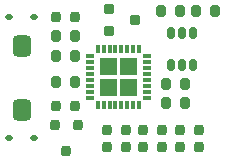
<source format=gtp>
G04*
G04 #@! TF.GenerationSoftware,Altium Limited,Altium Designer,24.1.2 (44)*
G04*
G04 Layer_Color=7318015*
%FSLAX25Y25*%
%MOIN*%
G70*
G04*
G04 #@! TF.SameCoordinates,EE77DEAB-9AB2-494E-AFD2-A50B0434E7B8*
G04*
G04*
G04 #@! TF.FilePolarity,Positive*
G04*
G01*
G75*
G04:AMPARAMS|DCode=14|XSize=11.81mil|YSize=27.56mil|CornerRadius=2.95mil|HoleSize=0mil|Usage=FLASHONLY|Rotation=270.000|XOffset=0mil|YOffset=0mil|HoleType=Round|Shape=RoundedRectangle|*
%AMROUNDEDRECTD14*
21,1,0.01181,0.02165,0,0,270.0*
21,1,0.00591,0.02756,0,0,270.0*
1,1,0.00591,-0.01083,-0.00295*
1,1,0.00591,-0.01083,0.00295*
1,1,0.00591,0.01083,0.00295*
1,1,0.00591,0.01083,-0.00295*
%
%ADD14ROUNDEDRECTD14*%
G04:AMPARAMS|DCode=15|XSize=11.81mil|YSize=27.56mil|CornerRadius=2.95mil|HoleSize=0mil|Usage=FLASHONLY|Rotation=180.000|XOffset=0mil|YOffset=0mil|HoleType=Round|Shape=RoundedRectangle|*
%AMROUNDEDRECTD15*
21,1,0.01181,0.02165,0,0,180.0*
21,1,0.00591,0.02756,0,0,180.0*
1,1,0.00591,-0.00295,0.01083*
1,1,0.00591,0.00295,0.01083*
1,1,0.00591,0.00295,-0.01083*
1,1,0.00591,-0.00295,-0.01083*
%
%ADD15ROUNDEDRECTD15*%
G04:AMPARAMS|DCode=16|XSize=35.43mil|YSize=31.5mil|CornerRadius=7.87mil|HoleSize=0mil|Usage=FLASHONLY|Rotation=90.000|XOffset=0mil|YOffset=0mil|HoleType=Round|Shape=RoundedRectangle|*
%AMROUNDEDRECTD16*
21,1,0.03543,0.01575,0,0,90.0*
21,1,0.01968,0.03150,0,0,90.0*
1,1,0.01575,0.00787,0.00984*
1,1,0.01575,0.00787,-0.00984*
1,1,0.01575,-0.00787,-0.00984*
1,1,0.01575,-0.00787,0.00984*
%
%ADD16ROUNDEDRECTD16*%
G04:AMPARAMS|DCode=17|XSize=39.37mil|YSize=31.5mil|CornerRadius=7.87mil|HoleSize=0mil|Usage=FLASHONLY|Rotation=90.000|XOffset=0mil|YOffset=0mil|HoleType=Round|Shape=RoundedRectangle|*
%AMROUNDEDRECTD17*
21,1,0.03937,0.01575,0,0,90.0*
21,1,0.02362,0.03150,0,0,90.0*
1,1,0.01575,0.00787,0.01181*
1,1,0.01575,0.00787,-0.01181*
1,1,0.01575,-0.00787,-0.01181*
1,1,0.01575,-0.00787,0.01181*
%
%ADD17ROUNDEDRECTD17*%
G04:AMPARAMS|DCode=18|XSize=31.5mil|YSize=35.43mil|CornerRadius=7.87mil|HoleSize=0mil|Usage=FLASHONLY|Rotation=0.000|XOffset=0mil|YOffset=0mil|HoleType=Round|Shape=RoundedRectangle|*
%AMROUNDEDRECTD18*
21,1,0.03150,0.01968,0,0,0.0*
21,1,0.01575,0.03543,0,0,0.0*
1,1,0.01575,0.00787,-0.00984*
1,1,0.01575,-0.00787,-0.00984*
1,1,0.01575,-0.00787,0.00984*
1,1,0.01575,0.00787,0.00984*
%
%ADD18ROUNDEDRECTD18*%
G04:AMPARAMS|DCode=19|XSize=17.72mil|YSize=23.62mil|CornerRadius=4.43mil|HoleSize=0mil|Usage=FLASHONLY|Rotation=270.000|XOffset=0mil|YOffset=0mil|HoleType=Round|Shape=RoundedRectangle|*
%AMROUNDEDRECTD19*
21,1,0.01772,0.01476,0,0,270.0*
21,1,0.00886,0.02362,0,0,270.0*
1,1,0.00886,-0.00738,-0.00443*
1,1,0.00886,-0.00738,0.00443*
1,1,0.00886,0.00738,0.00443*
1,1,0.00886,0.00738,-0.00443*
%
%ADD19ROUNDEDRECTD19*%
G04:AMPARAMS|DCode=20|XSize=70.87mil|YSize=62.99mil|CornerRadius=15.75mil|HoleSize=0mil|Usage=FLASHONLY|Rotation=270.000|XOffset=0mil|YOffset=0mil|HoleType=Round|Shape=RoundedRectangle|*
%AMROUNDEDRECTD20*
21,1,0.07087,0.03150,0,0,270.0*
21,1,0.03937,0.06299,0,0,270.0*
1,1,0.03150,-0.01575,-0.01968*
1,1,0.03150,-0.01575,0.01968*
1,1,0.03150,0.01575,0.01968*
1,1,0.03150,0.01575,-0.01968*
%
%ADD20ROUNDEDRECTD20*%
G04:AMPARAMS|DCode=21|XSize=31.5mil|YSize=35.43mil|CornerRadius=7.87mil|HoleSize=0mil|Usage=FLASHONLY|Rotation=90.000|XOffset=0mil|YOffset=0mil|HoleType=Round|Shape=RoundedRectangle|*
%AMROUNDEDRECTD21*
21,1,0.03150,0.01968,0,0,90.0*
21,1,0.01575,0.03543,0,0,90.0*
1,1,0.01575,0.00984,0.00787*
1,1,0.01575,0.00984,-0.00787*
1,1,0.01575,-0.00984,-0.00787*
1,1,0.01575,-0.00984,0.00787*
%
%ADD21ROUNDEDRECTD21*%
G04:AMPARAMS|DCode=22|XSize=23.62mil|YSize=39.37mil|CornerRadius=5.91mil|HoleSize=0mil|Usage=FLASHONLY|Rotation=0.000|XOffset=0mil|YOffset=0mil|HoleType=Round|Shape=RoundedRectangle|*
%AMROUNDEDRECTD22*
21,1,0.02362,0.02756,0,0,0.0*
21,1,0.01181,0.03937,0,0,0.0*
1,1,0.01181,0.00591,-0.01378*
1,1,0.01181,-0.00591,-0.01378*
1,1,0.01181,-0.00591,0.01378*
1,1,0.01181,0.00591,0.01378*
%
%ADD22ROUNDEDRECTD22*%
G36*
X95866Y29331D02*
X90158D01*
Y23622D01*
X95866D01*
Y29331D01*
D02*
G37*
G36*
Y30512D02*
Y36220D01*
X90158D01*
Y30512D01*
X95866D01*
D02*
G37*
G36*
X97047Y29331D02*
Y23622D01*
X102756D01*
Y29331D01*
X97047D01*
D02*
G37*
G36*
Y30512D02*
X102756D01*
Y36220D01*
X97047D01*
Y30512D01*
D02*
G37*
D14*
X87008Y30906D02*
D03*
Y28937D02*
D03*
Y26968D02*
D03*
Y24999D02*
D03*
Y23030D02*
D03*
Y32875D02*
D03*
Y34844D02*
D03*
Y36812D02*
D03*
X105905Y34844D02*
D03*
Y23030D02*
D03*
Y24999D02*
D03*
Y26968D02*
D03*
Y28937D02*
D03*
Y30906D02*
D03*
Y32875D02*
D03*
Y36813D02*
D03*
D15*
X91534Y20472D02*
D03*
X93503D02*
D03*
X89565D02*
D03*
X95472D02*
D03*
X97441D02*
D03*
X99410D02*
D03*
X103348D02*
D03*
X101379D02*
D03*
X89565Y39370D02*
D03*
X91534D02*
D03*
X93503D02*
D03*
X103348D02*
D03*
X95472D02*
D03*
X97441D02*
D03*
X99410D02*
D03*
X101379D02*
D03*
D16*
X123228Y12205D02*
D03*
X116929D02*
D03*
X111024D02*
D03*
X104724D02*
D03*
X98819D02*
D03*
X92520D02*
D03*
X98819Y6693D02*
D03*
X92520D02*
D03*
X81890Y50000D02*
D03*
X75590D02*
D03*
X81890Y20079D02*
D03*
X75590D02*
D03*
X111024Y6693D02*
D03*
X104724D02*
D03*
X123228D02*
D03*
X116929D02*
D03*
D17*
X116929Y51968D02*
D03*
X110630D02*
D03*
X81890Y28346D02*
D03*
X75590D02*
D03*
X81890Y43701D02*
D03*
X75590D02*
D03*
X81890Y37008D02*
D03*
X75590D02*
D03*
X118504Y21260D02*
D03*
X112205D02*
D03*
X118504Y27559D02*
D03*
X112205D02*
D03*
X128740Y51968D02*
D03*
X122441D02*
D03*
D18*
X82874Y13780D02*
D03*
X79134Y5118D02*
D03*
X75394Y13780D02*
D03*
D19*
X68307Y50000D02*
D03*
X60039D02*
D03*
X68307Y9449D02*
D03*
X60039D02*
D03*
D20*
X64173Y40157D02*
D03*
Y18898D02*
D03*
D21*
X101969Y48819D02*
D03*
X93307Y52559D02*
D03*
Y45079D02*
D03*
D22*
X121457Y44685D02*
D03*
X117717D02*
D03*
Y34055D02*
D03*
X121457D02*
D03*
X113976Y44685D02*
D03*
Y34055D02*
D03*
M02*

</source>
